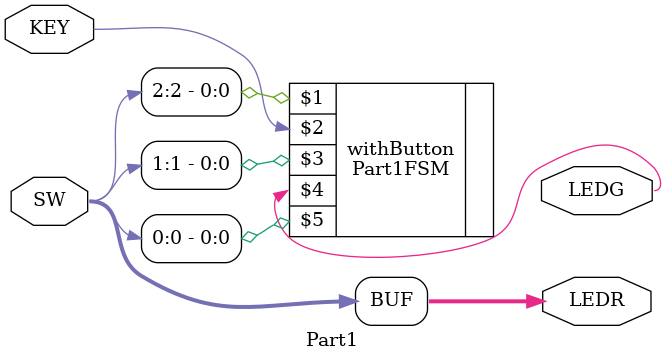
<source format=sv>

/****************************************************************************
 * Part1.sv
 ****************************************************************************/

  
/**
 * Module: Part1
 * 
 * TODO: Add module documentation
 */
module Part1(input [17:0]SW,input [0:0]KEY,output [0:0] LEDG,output [17:0]LEDR);
assign LEDR=SW;
Part1FSM withButton(SW[2],KEY,SW[1],LEDG,SW[0]);


endmodule



</source>
